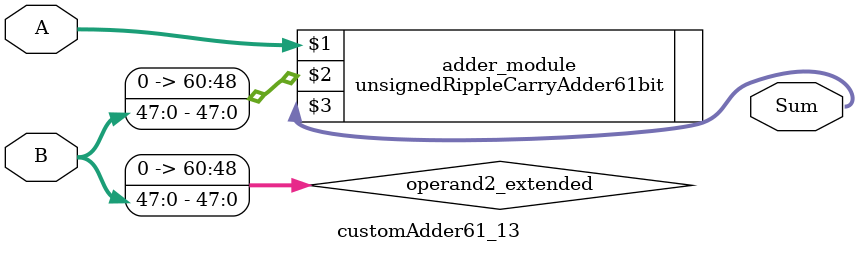
<source format=v>
module customAdder61_13(
                        input [60 : 0] A,
                        input [47 : 0] B,
                        
                        output [61 : 0] Sum
                );

        wire [60 : 0] operand2_extended;
        
        assign operand2_extended =  {13'b0, B};
        
        unsignedRippleCarryAdder61bit adder_module(
            A,
            operand2_extended,
            Sum
        );
        
        endmodule
        
</source>
